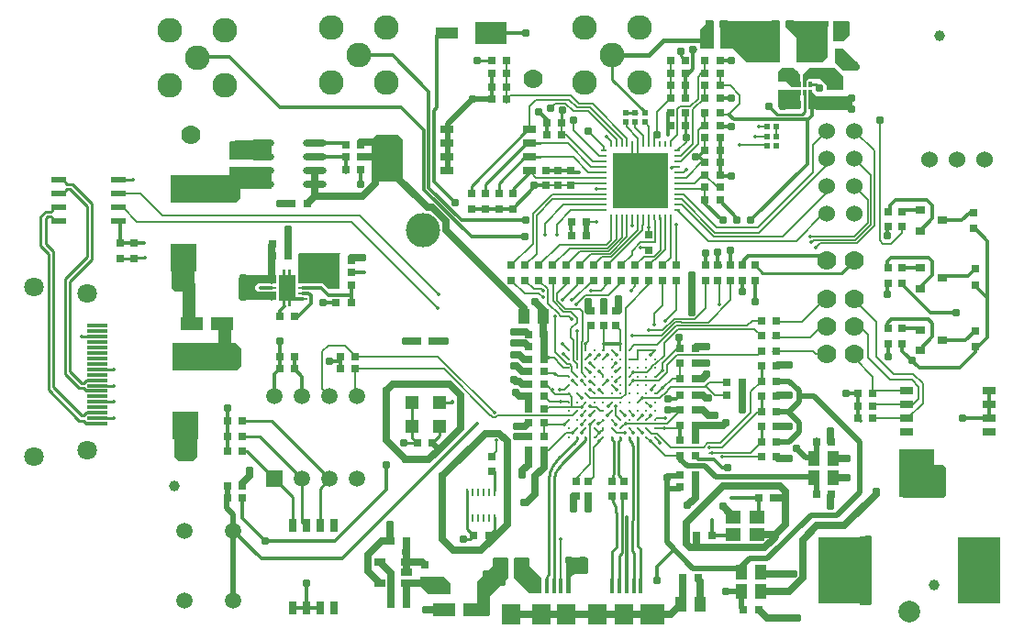
<source format=gtl>
%FSTAX23Y23*%
%MOIN*%
%SFA1B1*%

%IPPOS*%
%ADD12C,0.010000*%
%ADD16C,0.020000*%
%ADD17C,0.005000*%
%ADD19C,0.008000*%
%ADD21R,0.030000X0.030000*%
%ADD22R,0.094490X0.102360*%
%ADD23R,0.057090X0.023620*%
%ADD24R,0.030000X0.030000*%
%ADD25R,0.074800X0.011810*%
%ADD26R,0.118110X0.078740*%
%ADD27R,0.078740X0.039370*%
%ADD28R,0.035430X0.031500*%
%ADD29R,0.031000X0.031000*%
%ADD30R,0.044490X0.057870*%
%ADD31R,0.078740X0.047240*%
%ADD32R,0.012000X0.053000*%
%ADD33R,0.071000X0.075000*%
%ADD34R,0.091000X0.075000*%
%ADD35R,0.050000X0.029920*%
%ADD36R,0.029920X0.050000*%
%ADD37R,0.007870X0.026570*%
%ADD38R,0.014960X0.061000*%
%ADD39R,0.051180X0.049210*%
%ADD40R,0.019680X0.019680*%
%ADD41R,0.129920X0.173230*%
%ADD42R,0.153540X0.244100*%
%ADD43R,0.057870X0.044490*%
%ADD44R,0.011810X0.020470*%
%ADD45R,0.011810X0.019290*%
%ADD46R,0.019680X0.019680*%
%ADD47R,0.050790X0.107090*%
%ADD48R,0.010630X0.031500*%
%ADD49R,0.055120X0.047240*%
%ADD50O,0.086610X0.023620*%
%ADD51R,0.033470X0.011020*%
%ADD52R,0.064960X0.094490*%
%ADD53R,0.023620X0.009840*%
%ADD54R,0.009840X0.023620*%
%ADD55R,0.039370X0.027560*%
%ADD56C,0.009450*%
%ADD102C,0.012000*%
%ADD103C,0.011000*%
%ADD104R,0.200790X0.200790*%
%ADD105C,0.039370*%
%ADD106C,0.025000*%
%ADD107C,0.015000*%
%ADD108C,0.006000*%
%ADD109C,0.070870*%
%ADD110C,0.060000*%
%ADD111C,0.070000*%
%ADD112C,0.125000*%
%ADD113C,0.090000*%
%ADD114C,0.059060*%
%ADD115C,0.078740*%
%ADD116R,0.059060X0.059060*%
%ADD117C,0.014000*%
%ADD118C,0.031000*%
%ADD119C,0.019680*%
%LNusb_control-1*%
%LPD*%
G36*
X00944Y01705D02*
X00789D01*
Y01755*
X00809Y01775*
X00944*
Y01705*
G37*
G36*
X01419Y0178D02*
Y01635D01*
X01409Y01625*
X01309*
Y0178*
X01324Y01795*
X01404*
X01419Y0178*
G37*
G36*
X00944Y01675D02*
Y016D01*
X00829*
Y01565*
X00814Y0155*
X00579*
Y0165*
X00789*
Y0168*
X00939*
X00944Y01675*
G37*
G36*
X01014Y01287D02*
X01003D01*
Y01307*
X01014*
Y01287*
G37*
G36*
X00994D02*
X00983D01*
Y01307*
X00994*
Y01287*
G37*
G36*
X01193Y01365D02*
X01191Y01364D01*
X0119Y01363*
X01189Y01361*
X01189Y0136*
Y01235*
X01149*
X01129Y01255*
X01039*
Y0136*
Y01361*
X0104Y01363*
X01041Y01364*
X01043Y01365*
X01194*
X01193Y01365*
G37*
G36*
X00664Y0139D02*
Y0124D01*
X00649Y01225*
X00594*
X00579Y0124*
Y01395*
X00664Y0139*
G37*
G36*
X00959Y01255D02*
X00899D01*
X00896Y01255*
X0089Y01252*
X00886Y01248*
X00884Y01243*
X00884Y0124*
X00884Y01237*
X00886Y01231*
X0089Y01227*
X00896Y01225*
X00899Y01225*
X00959*
Y01195*
X00832*
X00828Y01196*
X00825Y01199*
X00824Y01203*
Y01205*
Y01275*
Y01277*
X00825Y0128*
X00828Y01283*
X00832Y01285*
X00959*
Y01255*
G37*
G36*
X01014Y01173D02*
X01003D01*
Y01193*
X01014*
Y01173*
G37*
G36*
X00994D02*
X00983D01*
Y01193*
X00994*
Y01173*
G37*
G36*
X00834Y0102D02*
Y00955D01*
X00819Y0094*
X00584*
Y0104*
X00814*
X00834Y0102*
G37*
G36*
X00674Y00775D02*
Y00625D01*
X00659Y0061*
X00604*
X00589Y00625*
Y0078*
X00674Y00775*
G37*
G36*
X01594Y00165D02*
Y00125D01*
X01514*
X01484Y00155*
Y0019*
X01569*
X01594Y00165*
G37*
G36*
X03044Y022D02*
Y0216D01*
X03019Y02135*
X02984*
Y0221*
X03034*
X03044Y022*
G37*
G36*
X02549Y0211D02*
X02499D01*
Y0218*
X02529Y0221*
X02549*
Y0211*
G37*
G36*
X02964Y0208D02*
X02944Y0206D01*
X02849*
Y0215*
X02809Y0219*
Y0221*
X02964*
Y0208*
G37*
G36*
X02789Y0206D02*
X02669D01*
X02619Y0211*
X02574*
Y02185*
X02569Y0219*
Y0221*
X02789*
Y0206*
G37*
G36*
X03079Y0205D02*
Y0204D01*
X03069Y0203*
X03019*
X02989Y0206*
Y0211*
X03019*
X03079Y0205*
G37*
G36*
X02864Y02015D02*
Y0197D01*
X02834*
X02814Y0199*
X02784*
Y02025*
X02799Y0204*
X02839*
X02864Y02015*
G37*
G36*
X02989Y0204D02*
X03019Y0201D01*
Y0196*
X02959*
Y01975*
X02934Y02*
X02894*
X02884Y0199*
Y0197*
X02874*
Y02015*
X02899Y0204*
X02989*
G37*
G36*
X02864Y0189D02*
X02794D01*
X02784Y019*
Y0196*
X02864*
Y0189*
G37*
G36*
X02924Y01935D02*
X03054D01*
Y01885*
X02924*
X02919Y0189*
X02894*
Y01955*
X02904*
X02924Y01935*
G37*
G36*
X03394Y00585D02*
Y00485D01*
X03384Y00475*
X03239*
X03224Y0049*
Y00595*
X03384*
X03394Y00585*
G37*
G36*
X01801Y00255D02*
Y00185D01*
X01736Y0012*
Y00052*
X01729Y00045*
X01689*
Y00172*
X01746Y0023*
Y00255*
X01751Y0026*
X01796*
X01801Y00255*
G37*
G36*
X02089Y00258D02*
X02092Y00255D01*
X02094Y00251*
Y0025*
Y0021*
Y00208*
X02092Y00204*
X02089Y00201*
X02085Y002*
X02049*
X02045Y00199*
X02037Y00196*
X02032Y00191*
X02029Y00183*
X02029Y0018*
Y0013*
X02014*
Y0025*
Y00251*
X02015Y00255*
X02018Y00258*
X02022Y0026*
X02085*
X02089Y00258*
G37*
G36*
X01879Y00255D02*
Y0023D01*
X01924Y00185*
Y0013*
X01879*
X01824Y00185*
Y00255*
X01829Y0026*
X01874*
X01879Y00255*
G37*
G36*
X03124Y0033D02*
Y00095D01*
X03114Y00085*
X03084*
X03079Y0009*
Y00335*
X03119*
X03124Y0033*
G37*
G54D12*
X00437Y01633D02*
X00438Y01634D01*
X00386Y01633D02*
X00437D01*
X00385Y01632D02*
X00386Y01633D01*
X0031Y00826D02*
X0037D01*
X0031Y00825D02*
X0031Y00826D01*
X0031Y00766D02*
X0037D01*
X0031Y00884D02*
X00369D01*
X00311Y00943D02*
X0037D01*
X0031Y00943D02*
X00311Y00943D01*
X00254Y01062D02*
X0031D01*
X0031Y00944D02*
X0031Y00943D01*
X00443Y01348D02*
X00481D01*
X00443Y01347D02*
X00443Y01348D01*
X00394Y01347D02*
X00443D01*
X01753Y00361D02*
Y00407D01*
X0031Y01062D02*
X0031Y01062D01*
Y00884D02*
X0031Y00884D01*
X0031Y00766D02*
X0031Y00766D01*
X0203Y01431D02*
Y01452D01*
Y01431D02*
X02031Y0143D01*
X02295Y01881D02*
X02303D01*
X02179Y01997D02*
X02295Y01881D01*
X02179Y01997D02*
Y02085D01*
X02234Y01877D02*
D01*
X02269*
X01996Y01882D02*
X01999Y01885D01*
X01689Y02065D02*
X01741D01*
X01639Y00325D02*
X01661D01*
X01676Y0034*
X02727Y01294D02*
X03013D01*
X02699Y01322D02*
X02727Y01294D01*
X01996Y0184D02*
Y01882D01*
X02429Y02082D02*
X02446Y02065D01*
X02429Y02082D02*
Y021D01*
X01019Y0037D02*
Y0048D01*
X00954Y00545D02*
X01019Y0048D01*
X02869Y0187D02*
X02879Y0188D01*
X02779Y0187D02*
X02869D01*
X02749Y019D02*
X02779Y0187D01*
X02879Y0188D02*
Y01949D01*
X02919Y0198D02*
X02934Y01965D01*
X02898Y0198D02*
X02919D01*
X01873Y01815D02*
X01879D01*
X01669Y0161D02*
X01873Y01815D01*
X01669Y01582D02*
Y0161D01*
X01819Y016D02*
X01881Y01662D01*
X01819Y01582D02*
Y016D01*
X01864Y01715D02*
X01919D01*
X01769Y0162D02*
X01864Y01715D01*
X01769Y01582D02*
Y0162D01*
X01869Y01765D02*
X01919D01*
X01719Y01615D02*
X01869Y01765D01*
X01719Y01582D02*
Y01615D01*
X03013Y01294D02*
X03059Y0134D01*
X01753Y00502D02*
Y00571D01*
X01654Y00361D02*
X01676Y0034D01*
X01731D02*
X01753Y00361D01*
X00854Y00645D02*
X00954Y00545D01*
X00836Y00645D02*
X00854D01*
X00899Y007D02*
X01054Y00545D01*
X00836Y007D02*
X00899D01*
X00944Y00755D02*
X01154Y00545D01*
X00836Y00755D02*
X00944D01*
X01119Y0051D02*
X01154Y00545D01*
X02721Y0068D02*
Y00735D01*
Y0079D02*
Y00845D01*
Y009D02*
Y00955D01*
X01054Y0039D02*
X01069Y00375D01*
X01654Y00361D02*
Y00502D01*
X01054Y00385D02*
Y0039D01*
Y00545*
X01119Y0037D02*
Y00375D01*
Y0051*
X01554Y00824D02*
X01598D01*
X01554Y00702D02*
Y00735D01*
X01526Y00675D02*
X01554Y00702D01*
X01454Y00692D02*
Y00735D01*
Y00692D02*
X01471Y00675D01*
X01454Y00735D02*
Y00824D01*
X01424Y00675D02*
X01471D01*
X02446Y0183D02*
Y01875D01*
Y01787D02*
Y0183D01*
Y01787D02*
X02449Y01785D01*
G54D16*
X01584Y01665D02*
Y01835D01*
X02086Y0143D02*
Y0148D01*
X01674Y01925D02*
X01741D01*
X01584Y01835D02*
X01674Y01925D01*
X02639Y0022D02*
X02649Y0021D01*
X02474Y0022D02*
X02639D01*
X02379Y00315D02*
X02474Y0022D01*
X02679Y00255D02*
X02744D01*
X02649Y00225D02*
X02679Y00255D01*
X02649Y0021D02*
Y00225D01*
X02594Y00135D02*
X02649D01*
Y00077D02*
X02656Y0007D01*
X02649Y00077D02*
Y00135D01*
X02744Y00255D02*
X02902Y00413D01*
X02555Y00553D02*
X02907D01*
X02516Y00593D02*
X02555Y00553D01*
X02451Y00593D02*
X02516D01*
X02426Y00617D02*
X02451Y00593D01*
X02849Y00655D02*
X02881Y00622D01*
X02916*
X02921Y00627*
Y00685*
X02902Y00413D02*
X02997D01*
X03079Y00495*
Y0068*
X02389Y0051D02*
X02426D01*
Y00617D02*
Y0063D01*
X00802Y00357D02*
Y00416D01*
X00779Y0044D02*
X00802Y00416D01*
X00779Y0044D02*
Y00472D01*
X00781Y00475D02*
Y0052D01*
X00802Y00102D02*
Y00357D01*
X02924Y0049D02*
Y00545D01*
X02859Y00845D02*
X02914D01*
X03079Y0068*
X02384Y00795D02*
X02426D01*
X02819Y0079D02*
X02859Y0075D01*
X02776Y0068D02*
X02824D01*
X02859Y00715*
Y0075*
X02776Y009D02*
X02824D01*
Y0079D02*
X02859Y00825D01*
X02824Y009D02*
X02859Y00865D01*
X02379Y00315D02*
Y0055D01*
Y00555*
X02776Y0079D02*
X02819D01*
X02824*
X02859Y00825D02*
Y00845D01*
Y00865*
X01526Y00675D02*
X01549Y00652D01*
X01551*
X02379Y00555D02*
X02426D01*
X02907Y00553D02*
X02909Y00555D01*
G54D17*
X02196Y00995D02*
X02199D01*
X02319Y0087D02*
X02336Y00886D01*
X02179Y01012D02*
X02196Y00995D01*
X02053Y01012D02*
Y01084D01*
X02116Y00729D02*
X02134Y00711D01*
X01864Y01267D02*
X01896Y01235D01*
X01988Y01397D02*
X02158D01*
X02026Y01384D02*
X02161D01*
X01964Y01322D02*
X02026Y01384D01*
X01914Y01322D02*
X01988Y01397D01*
X02158D02*
X02175Y01413D01*
X01914Y01267D02*
X01946Y01235D01*
Y01184D02*
Y01235D01*
X01964Y01267D02*
X01965Y01266D01*
Y01191D02*
Y01266D01*
X01979Y01193D02*
Y0122D01*
Y01193D02*
X02009Y01163D01*
X01965Y01191D02*
X02004Y01152D01*
X01995Y01195D02*
X01999D01*
X02054Y0125*
X02004Y01152D02*
X02028D01*
X02052Y01128*
Y01114D02*
Y01128D01*
X02029Y01091D02*
X02052Y01114D01*
X02053Y0098D02*
Y01012D01*
X02068Y00934D02*
Y01042D01*
X02072Y01046D02*
Y01153D01*
X02029Y01059D02*
Y01091D01*
Y01059D02*
X02039Y01049D01*
Y00976D02*
Y01049D01*
X02084Y01035D02*
X02094Y01045D01*
X02084Y01012D02*
Y01035D01*
X01946Y01184D02*
X01989Y01141D01*
X01993Y01137D02*
X02021D01*
X01989Y0114D02*
X01993Y01137D01*
X01989Y0114D02*
Y01141D01*
X01923Y01235D02*
X01928Y0123D01*
X01928Y01205D02*
Y01205D01*
Y01205D02*
X01929D01*
X01896Y01235D02*
X01923D01*
X02021Y01137D02*
X02033Y01125D01*
X01949Y00985D02*
X01969D01*
X02134Y00935D02*
X02147Y00921D01*
Y00917D02*
Y00921D01*
X02068Y00934D02*
X02084Y00917D01*
X02068Y01042D02*
X02072Y01046D01*
X02063Y01163D02*
X02072Y01153D01*
X02009Y01163D02*
X02063D01*
X021Y00965D02*
X02115Y00949D01*
X02084Y0098D02*
X02099Y00995D01*
X0205Y0118D02*
X02084Y01214D01*
X02052Y01084D02*
X02053D01*
X02049D02*
X02052D01*
X02039Y00976D02*
X02053Y00962D01*
Y00949D02*
Y00962D01*
X02002Y01D02*
X02021Y0098D01*
X01974Y01006D02*
Y01135D01*
Y01006D02*
X02017Y00962D01*
X01914Y0122D02*
X01928Y01205D01*
X01861Y0122D02*
X01914D01*
X02099Y00934D02*
Y00934D01*
X02084Y00948D02*
X02099Y00934D01*
X02084Y00948D02*
Y00949D01*
X02034Y00936D02*
X02053Y00917D01*
X02034Y00936D02*
Y00954D01*
X02027Y00962D02*
X02034Y00954D01*
X02099Y009D02*
X02102D01*
X01814Y01267D02*
X01861Y0122D01*
X02175Y01413D02*
Y01496D01*
X02161Y01384D02*
X02195Y01417D01*
Y01496*
X02234Y01425D02*
Y01496D01*
X02171Y01362D02*
X02234Y01425D01*
X02103Y01362D02*
X02171D01*
X02064Y01322D02*
X02103Y01362D01*
X02176Y01351D02*
X02274Y01449D01*
X02142Y01351D02*
X02176D01*
X02114Y01322D02*
X02142Y01351D01*
X02164Y01322D02*
X0229Y01449D01*
X02215Y01422D02*
Y01496D01*
X02014Y01322D02*
X02064Y01373D01*
X02166D02*
X02215Y01422D01*
X02064Y01373D02*
X02166D01*
X0229Y01449D02*
Y01467D01*
X02274Y01449D02*
Y01496D01*
X01209Y0103D02*
X01249Y0099D01*
X02293Y0147D02*
Y01496D01*
X0229Y01467D02*
X02293Y0147D01*
X02295Y01354D02*
X02332D01*
X02264Y01322D02*
X02295Y01354D01*
X02332D02*
X02355Y01376D01*
X02314Y01322D02*
X02334Y01343D01*
X02337*
X02372Y01378*
X02337Y01405D02*
Y01484D01*
X02282Y01405D02*
X02337D01*
X02252Y01374D02*
X02282Y01405D01*
X02333Y01489D02*
Y01496D01*
Y01489D02*
X02337Y01484D01*
X02252Y0136D02*
Y01374D01*
X02214Y01322D02*
X02252Y0136D01*
X02352Y01496D02*
X02355Y01494D01*
Y01376D02*
Y01494D01*
X02372Y01378D02*
Y01496D01*
X02392Y0135D02*
Y01496D01*
X02364Y01322D02*
X02392Y0135D01*
X01999Y01035D02*
X02021Y01012D01*
X02054Y0125D02*
Y01267D01*
X02017Y00962D02*
X02027D01*
X02165Y01214D02*
X02219Y01267D01*
X02102Y009D02*
X02116Y00886D01*
X02068Y00902D02*
X02084Y00886D01*
X02053Y00855D02*
X02068Y0084D01*
X02068Y00807D02*
X02084Y00823D01*
X01949Y00807D02*
X02068D01*
Y00776D02*
X02084Y00792D01*
X02068Y00744D02*
X02084Y0076D01*
X02179Y00949D02*
X02194Y00965D01*
X02228Y00854D02*
Y01094D01*
X02194Y00935D02*
X02196D01*
X02194Y00935D02*
Y00935D01*
X02115Y00949D02*
X02116D01*
X01994Y00158D02*
Y00325D01*
X01759Y00645D02*
Y00685D01*
X01747Y00633D02*
X01759Y00645D01*
X01747Y00633D02*
X01754Y00627D01*
X02519Y01165D02*
Y01267D01*
X0248Y01126D02*
X02519Y01165D01*
X02405Y01126D02*
X0248D01*
X02609Y01195D02*
Y01252D01*
X02528Y01114D02*
X02609Y01195D01*
X02432Y01114D02*
X02528D01*
X02569Y0118D02*
Y0126D01*
X03131Y01465D02*
Y01738D01*
X03059Y0181D02*
X03131Y01738D01*
X0312Y0147D02*
Y01649D01*
X03059Y0171D02*
X0312Y01649D01*
X03068Y01403D02*
X03131Y01465D01*
X02937Y01403D02*
X03068D01*
X02919Y01385D02*
X02937Y01403D01*
X03063Y01414D02*
X0312Y0147D01*
X02913Y01414D02*
X03063D01*
X02904Y01405D02*
X02913Y01414D01*
X03059Y0161D02*
X03109Y0156D01*
Y01475D02*
Y0156D01*
X03059Y01425D02*
X03109Y01475D01*
X02899Y01425D02*
X03059D01*
X0234Y00765D02*
X02374D01*
X02336Y0076D02*
X0234Y00765D01*
X02319Y00774D02*
Y00775D01*
X02304Y0076D02*
X02319Y00774D01*
X02241Y00792D02*
X02257Y00776D01*
X0221Y00792D02*
X02226Y00776D01*
X03126Y00765D02*
D01*
Y0081D02*
X03131Y00815D01*
X02304Y00697D02*
X0232Y00681D01*
X02005Y00744D02*
X02021Y0076D01*
X02037Y00713D02*
X02053Y00729D01*
X02131Y00681D02*
X02147Y00697D01*
X02273Y00729D02*
X02289Y00713D01*
X021Y00744D02*
X02116Y0076D01*
X02241Y00917D02*
X02257Y00933D01*
X02241Y00886D02*
X02257Y00902D01*
X021Y0087D02*
X02116Y00855D01*
X02164Y00776D02*
X02166Y00775D01*
X02131Y0087D02*
X02147Y00855D01*
X02164Y00777D02*
X02179Y00792D01*
X021Y00598D02*
Y00744D01*
X02037Y00902D02*
X02053Y00886D01*
X02273Y0076D02*
X02289Y00776D01*
X02209Y01013D02*
X0221Y01012D01*
X02209Y01013D02*
Y01035D01*
X02147Y01012D02*
X02149Y01013D01*
Y01035*
X02209D02*
Y01087D01*
X02149Y01035D02*
Y01092D01*
X02039Y00537D02*
X021Y00598D01*
X02131Y0068D02*
Y00681D01*
X02111Y0066D02*
X02131Y0068D01*
X02111Y00554D02*
Y0066D01*
X02094Y00537D02*
X02111Y00554D01*
X0221Y00729D02*
X02222Y00741D01*
X02224*
X02241Y00729D02*
X02257Y00713D01*
X02019Y0092D02*
X02021Y00917D01*
X02084Y01012D02*
X02084Y01012D01*
X02094Y01045D02*
Y01102D01*
X02414Y01015D02*
X02416D01*
X02426Y0091D02*
Y00965D01*
X02336Y00917D02*
X02339Y00915D01*
X02364Y0094D02*
Y00967D01*
X02399Y0091D02*
X02426D01*
X02364Y00875D02*
X02399Y0091D01*
X02336Y00855D02*
X02344D01*
X02364Y00875*
X02681Y0064D02*
X02721Y0068D01*
X02304Y00729D02*
X02323Y0071D01*
X02341*
X02379Y00745D02*
X02426Y00792D01*
X02336Y00729D02*
X02369D01*
X02415*
X02273Y00823D02*
X02289Y00839D01*
X02341Y0071D02*
X02393Y00659D01*
X02909Y0101D02*
X02919Y01D01*
X02761Y0101D02*
X02776D01*
X02909*
X0232Y00681D02*
X02372Y0063D01*
X02426*
X02684Y00862D02*
X02721Y009D01*
X02012Y00713D02*
X02037D01*
X01941Y00744D02*
X02005D01*
X01931Y00735D02*
X01941Y00744D01*
X01931Y007D02*
Y00735D01*
X01951Y00825D02*
X01994D01*
X01931Y00845D02*
X01951Y00825D01*
X02426Y00792D02*
Y00795D01*
Y00805*
X02084Y00855D02*
X02099Y0084D01*
X01994Y00825D02*
X0202D01*
X02021Y00823*
X02099Y0084D02*
X02214D01*
X02228Y00854*
Y01094D02*
X02229Y01095D01*
X02257Y00902D02*
X02348D01*
X02379Y00933*
Y0096*
X02415Y00996*
X02257Y00933D02*
X02307D01*
X02323Y00949*
Y00954*
X02331Y00962*
X02336*
X02129Y00745D02*
X02134D01*
X02179Y0076D02*
X02194Y00744D01*
X02165Y0081D02*
X02179Y00823D01*
X02194Y00777D02*
X0221Y0076D01*
X02194Y00777D02*
Y0081D01*
X01931Y0079D02*
X01949Y00807D01*
X0257Y0064D02*
X0257Y0064D01*
X02579Y00625D02*
X02721D01*
X0257Y0064D02*
X02572D01*
X02572Y0064*
X02585*
X02585Y0064*
X02681*
X02534Y0064D02*
X02535Y0064D01*
X02544*
X02147Y0098D02*
X02164Y00997D01*
X02021Y00855D02*
X02034Y00841D01*
Y00808D02*
Y00841D01*
X02689Y0112D02*
X02721D01*
X02336Y00962D02*
X02369Y00994D01*
X02424Y01027D02*
X02426Y0103D01*
X02696Y0109D02*
X02721Y01065D01*
X0267Y01101D02*
X02689Y0112D01*
X02289Y00839D02*
X02353D01*
X02241Y01012D02*
X0226Y01031D01*
X02179Y00886D02*
X02195Y0087D01*
X02369Y00994D02*
Y0104D01*
X02432Y01115D02*
X02432Y01114D01*
X021Y00776D02*
X02116Y00792D01*
X02099Y00776D02*
X021D01*
X02147Y00724D02*
Y00729D01*
X0207Y00715D02*
X02084Y00729D01*
X0207Y00711D02*
Y00715D01*
X02116Y00697D02*
X0212D01*
X02336D02*
X02354Y0068D01*
Y00676D02*
Y0068D01*
X02304Y00823D02*
X02318Y0081D01*
X02319Y00995D02*
X02336Y01012D01*
X02273D02*
X02304D01*
X02336*
X02241Y0098D02*
X02273D01*
Y01012*
X01127Y00871D02*
Y01008D01*
Y00871D02*
X01154Y00845D01*
X01127Y01008D02*
X01149Y0103D01*
X01246Y00852D02*
Y00945D01*
X01569*
X02037Y00776D02*
X02053Y00792D01*
X02534Y0066D02*
X02579D01*
X02709Y0079*
X02721*
X02684Y00785D02*
Y00862D01*
X02527Y00675D02*
X02574D01*
X02684Y00785*
X02393Y00659D02*
X02511D01*
X02527Y00675*
X0212Y00697D02*
X02134Y00711D01*
X02137Y00715D02*
X02147Y00724D01*
X02134Y00715D02*
X02137D01*
X02179Y00729D02*
X02196Y00712D01*
X02319Y0087D02*
X02319D01*
X02164Y00902D02*
Y00905D01*
X02147Y00886D02*
X02164Y00902D01*
X02708Y00996D02*
X02721Y0101D01*
X02415Y00996D02*
X02708D01*
X02394Y0088D02*
X02516D01*
X02353Y00839D02*
X02359Y00845D01*
Y00846*
X02367Y00854*
X02368*
X02394Y0088*
X02369Y0104D02*
X02419Y0109D01*
X02696*
X02409Y01115D02*
X02432D01*
X0226Y01031D02*
X02341D01*
X02254Y01065D02*
X02359D01*
X02314Y01085D02*
X02364D01*
X02341Y01031D02*
X02411Y01101D01*
X0267*
X02359Y01065D02*
X02409Y01115D01*
X02364Y01085D02*
X02405Y01126D01*
X02229Y01167D02*
X02314Y01252D01*
X02229Y01095D02*
Y01167D01*
X02084Y01214D02*
X02165D01*
X02164Y01255D02*
Y01267D01*
X02139Y0123D02*
X02164Y01255D01*
X02104Y0123D02*
X02139D01*
X02334Y01105D02*
Y01145D01*
X02196Y00935D02*
X0221Y00949D01*
X02194Y00901D02*
X0221Y00917D01*
X02194Y009D02*
Y00901D01*
Y00905*
X01984Y0092D02*
X02019D01*
X01989Y0087D02*
X02005D01*
X02021Y00854D02*
X02021Y00855D01*
X01974Y00854D02*
X02021D01*
X02005Y0087D02*
X02021Y00886D01*
X02196Y00712D02*
X02226D01*
X02569Y0126D02*
X02576Y01267D01*
X02116Y0098D02*
X02134Y00998D01*
X02534Y0064D02*
X0257D01*
X02774Y01115D02*
X02869D01*
X02974Y0122*
X02224Y00741D02*
X02228Y00745D01*
X02379*
X01939Y0089D02*
X01974Y00854D01*
X02339Y00915D02*
X02364Y0094D01*
Y00967D02*
X02424Y01027D01*
X02134Y00745D02*
X02149Y0076D01*
X01149Y0103D02*
X01209D01*
X01249Y0099D02*
X01546D01*
X01751Y00785*
X02194Y01102D02*
X02209Y01087D01*
X02531Y00895D02*
X02581D01*
X02538Y00864D02*
X02552Y0085D01*
X02596*
X02519Y00883D02*
X02531Y00895D01*
X02519Y00883D02*
X02538Y00864D01*
X02516Y0088D02*
X02519Y00883D01*
X01569Y00945D02*
X01737Y00776D01*
X01738*
X01745Y00769*
X01757*
X01764Y00776*
X02037*
X01949Y0065D02*
X02012Y00713D01*
X01931Y0065D02*
X01949D01*
X02004Y00949D02*
X02021D01*
X01994Y0096D02*
X02004Y00949D01*
X01994Y0096D02*
D01*
X01969Y00985D02*
X01994Y0096D01*
X01931Y0093D02*
X01974D01*
X01984Y0092*
X02034Y01195D02*
X02036D01*
X02109Y01267*
X01979Y0122D02*
X02019Y0126D01*
X02264Y01267D02*
D01*
X02274*
X02249Y0123D02*
X02264Y01245D01*
Y01267*
X02314Y01252D02*
Y01267D01*
X02334Y01145D02*
X02364Y01175D01*
Y01267*
X02374Y0112D02*
X02414Y0116D01*
Y01267*
X02919Y01D02*
X02959D01*
X02764Y0106D02*
X02899D01*
X02929Y0109*
X02959*
G54D19*
X00402Y01532D02*
X00454Y0148D01*
X01232*
X00385Y01532D02*
X00402D01*
X01232Y0148D02*
X01545Y01167D01*
X02004Y01541D02*
X0215D01*
X01936Y01473D02*
X02004Y01541D01*
X01936Y01434D02*
Y01473D01*
X01262Y01503D02*
X01548Y01217D01*
X00547Y01503D02*
X01262D01*
X00467Y01582D02*
X00547Y01503D01*
X02274Y01639D02*
Y01763D01*
X02234Y01825D02*
Y01842D01*
X00385Y01582D02*
X00467D01*
X01864Y01322D02*
X01906Y01364D01*
Y01502*
X01814Y01322D02*
X01892Y014D01*
Y01508*
X02029Y01521D02*
X0215D01*
X01935Y01433D02*
X01936Y01434D01*
X01978Y0147D02*
X02029Y01521D01*
X01978Y01433D02*
Y0147D01*
X01906Y01502D02*
X01964Y01561D01*
X0215*
X01892Y01508D02*
X01964Y0158D01*
X0215*
X02254Y01465D02*
Y01496D01*
X02254Y01465D02*
X02254Y01465D01*
X01984Y01612D02*
X02026D01*
X02313Y0146D02*
Y01496D01*
X02391Y01975D02*
Y0202D01*
Y02055*
Y01926D02*
Y01975D01*
X01972Y0191D02*
X02009D01*
X01955Y01894D02*
X01972Y0191D01*
X01904Y01924D02*
X02024D01*
X0181Y01938D02*
X0203D01*
X01879Y01899D02*
X01904Y01924D01*
X02024D02*
X02054Y01895D01*
X01796Y01925D02*
X0181Y01938D01*
X0203D02*
X02059Y0191D01*
X02009Y0191D02*
X02039Y01881D01*
X01879Y01815D02*
Y01899D01*
X02234Y01825D02*
X02274Y01784D01*
X02264Y01822D02*
Y01842D01*
Y01822D02*
X02293Y01792D01*
X02299Y01842D02*
X02313Y01827D01*
X02274Y01763D02*
Y01784D01*
X02109Y0191D02*
X02234Y01784D01*
X02059Y0191D02*
X02109D01*
X02039Y01881D02*
X02093D01*
X02195Y01778*
X02099Y01895D02*
X02215Y01778D01*
X02054Y01895D02*
X02099D01*
X02234Y01763D02*
Y01784D01*
X02215Y01763D02*
Y01778D01*
X02195Y01763D02*
Y01778D01*
X02094Y0181D02*
X0215Y01753D01*
X02039Y01814D02*
X02134Y01718D01*
X02344Y0188D02*
X0239Y01926D01*
X02344Y01805D02*
Y0188D01*
X01796Y0202D02*
Y02065D01*
Y0197D02*
Y0202D01*
Y01925D02*
Y0197D01*
Y01912D02*
Y01925D01*
X02039Y01814D02*
Y0185D01*
X02416Y01797D02*
Y01889D01*
X02392Y01773D02*
X02416Y01797D01*
X02392Y01763D02*
Y01773D01*
X02427Y019D02*
X02464D01*
X02416Y01889D02*
X02427Y019D01*
X02474Y01888D02*
X02516Y0193D01*
X02474Y01764D02*
Y01888D01*
X02429Y01718D02*
X02474Y01764D01*
X02417Y01738D02*
X02449Y01769D01*
Y01785*
X02491Y01812D02*
X02516Y01837D01*
X02491Y01765D02*
Y01812D01*
Y01765D02*
X02493Y01763D01*
Y01763D02*
Y01763D01*
X02429Y01698D02*
X02493Y01763D01*
X02491Y01927D02*
Y02007D01*
X02464Y019D02*
X02491Y01927D01*
X02504Y0202D02*
X02516D01*
X02491Y02007D02*
X02504Y0202D01*
X02313Y0181D02*
Y01827D01*
X02391Y0192D02*
Y01926D01*
X03151Y01412D02*
Y01847D01*
Y01412D02*
X03164Y014D01*
X03194*
X03234Y0144*
Y01462*
X02175Y01763D02*
Y01773D01*
X02159Y0179D02*
X02175Y01773D01*
X03274Y00925D02*
X03308Y00891D01*
X03294Y00835D02*
Y0088D01*
X03269Y00905D02*
X03294Y0088D01*
X03308Y00876D02*
Y00891D01*
Y00876D02*
X03309Y00875D01*
Y0082D02*
Y00875D01*
X03249Y00765D02*
X03253D01*
X03309Y0082*
X03274Y00815D02*
X03294Y00835D01*
X03249Y00815D02*
X03274D01*
X03126Y00765D02*
X03249D01*
X03131Y00815D02*
X03249D01*
X03126Y00855D02*
X03136Y00865D01*
X03249*
X02448Y01639D02*
X0251Y01701D01*
X02516Y0174D02*
Y0178D01*
X02333Y01794D02*
X02344Y01805D01*
X02516Y01837D02*
Y0187D01*
X02417Y01698D02*
X02429D01*
X02417Y01718D02*
X02429D01*
X02512Y01653D02*
X02561Y01605D01*
X02479Y0162D02*
X02512Y01653D01*
X02417Y0162D02*
X02479D01*
X02417Y01639D02*
X02448D01*
X02313Y0181D02*
X02313Y0181D01*
X02313Y01789D02*
Y0181D01*
Y01789D02*
X02313Y01789D01*
Y01763D02*
Y01789D01*
X02414Y01322D02*
Y0147D01*
X02571Y0187D02*
X02604D01*
X02417Y0158D02*
X02438D01*
X02947Y01508D02*
Y01521D01*
X02959Y0151*
X01996Y01795D02*
Y0184D01*
X02644Y0191D02*
Y0194D01*
X02609Y01975D02*
X02644Y0194D01*
X02571Y01975D02*
X02609D01*
X02604Y0187D02*
X02644Y0191D01*
X02516Y0193D02*
Y01975D01*
X02571D02*
Y0202D01*
X02516Y016D02*
X02516Y016D01*
X02417Y016D02*
X02516D01*
X02516Y01555D02*
Y016D01*
X02561D02*
X02571D01*
X02509Y01862D02*
X02516Y0187D01*
Y0202D02*
Y02065D01*
X02333Y01763D02*
Y01794D01*
X02034Y0162D02*
X0215D01*
X02026Y01612D02*
X02034Y0162D01*
X01939Y01612D02*
X01984D01*
X01794Y02063D02*
X01796Y02065D01*
X02134Y01718D02*
X0215D01*
Y01738D02*
Y01753D01*
X0211Y01698D02*
X0215D01*
X02014Y01795D02*
X0211Y01698D01*
X01996Y01795D02*
X02014D01*
X02306Y01385D02*
X02314Y01377D01*
X02284Y01385D02*
X02306D01*
X02254Y01659D02*
X02274Y01639D01*
X02284Y0163*
X02254Y01659D02*
Y01763D01*
X02104Y01679D02*
X0215D01*
X02019Y01765D02*
X02104Y01679D01*
X01919Y01765D02*
X02019D01*
X02094Y01659D02*
X0215D01*
X02039Y01715D02*
X02094Y01659D01*
X01919Y01715D02*
X02039D01*
X01881Y01662D02*
X01904Y01639D01*
X0215*
X02086Y0148D02*
X02124D01*
Y016D02*
X02149D01*
X0215Y016*
X02313Y01432D02*
Y0146D01*
X02417Y01659D02*
X02438D01*
X02449Y0167*
X02399Y01679D02*
X02417D01*
X02397Y01676D02*
X02399Y01679D01*
X02644Y0176D02*
X02736D01*
X02741Y01755*
X02699Y0179D02*
X02741D01*
X02776D02*
Y01825D01*
D01*
X02714D02*
X02741D01*
X02959Y01585D02*
Y0161D01*
Y01685D02*
Y0171D01*
X02438Y0158D02*
X02559Y01459D01*
X02708*
X02799Y01425D02*
X02959Y01585D01*
X02714Y0144D02*
X02959Y01685D01*
X02529Y0141D02*
X02849D01*
X02947Y01508*
X02417Y01521D02*
X02529Y0141D01*
X02417Y01561D02*
X02432D01*
X02554Y0144*
X02714*
X02417Y01541D02*
X02432D01*
X02549Y01425*
X02799*
X02708Y01459D02*
X02909Y0166D01*
Y0176*
X02959Y0181*
X02293Y01763D02*
Y01792D01*
X03189Y00905D02*
X03269D01*
X03204Y00925D02*
X03274D01*
X03139Y0099D02*
X03204Y00925D01*
X03109Y00985D02*
X03189Y00905D01*
X03109Y00985D02*
Y0107D01*
X03079Y0109D02*
X03089D01*
X03109Y0107*
X03059Y01195D02*
Y0122D01*
Y01195D02*
X03139Y01115D01*
Y0099D02*
Y01115D01*
X03059Y00985D02*
Y01D01*
Y00985D02*
X03126Y00917D01*
Y00855D02*
Y00917D01*
G54D21*
X01002Y014D03*
X00947D03*
X00946Y01355D03*
X01001D03*
X02826Y022D03*
X02771D03*
X02586D03*
X02531D03*
X02571Y01605D03*
X02516D03*
X01931Y00845D03*
X01876D03*
X02491Y00185D03*
X02436D03*
X01431Y0032D03*
X01376D03*
X00971Y0099D03*
X01026D03*
X00971Y00945D03*
X01026D03*
X01876Y0075D03*
X01931D03*
X01876Y007D03*
X01931D03*
X01876Y0065D03*
X01931D03*
X01876Y01025D03*
X01931D03*
X01876Y0098D03*
X01931D03*
X01876Y006D03*
X01931D03*
X01876Y0089D03*
X01931D03*
X02481Y0085D03*
X02426D03*
X02481Y0102D03*
X02426D03*
X01876Y008D03*
X01931D03*
X02481Y00515D03*
X02426D03*
X02481Y0056D03*
X02426D03*
X02711Y0007D03*
X02656D03*
X02481Y0063D03*
X02426D03*
X02976Y0049D03*
X02921D03*
X02481Y00795D03*
X02426D03*
X02976Y0068D03*
X02921D03*
X01876Y00935D03*
X01931D03*
X01526Y01045D03*
X01471D03*
X02481Y00965D03*
X02426D03*
X02481Y0091D03*
X02426D03*
X02651Y00895D03*
X02596D03*
X02651Y0085D03*
X02596D03*
X02481Y00685D03*
X02426D03*
X02481Y0074D03*
X02426D03*
X01177Y0134D03*
X01232D03*
X00971Y01135D03*
X01026D03*
X01071Y01545D03*
X01016D03*
X00836Y0052D03*
X00781D03*
X01731Y0034D03*
X01676D03*
X02486D03*
X02541D03*
X02766Y00475D03*
X02711D03*
X03071Y00765D03*
X03126D03*
X03071Y0081D03*
X03126D03*
X03071Y00855D03*
X03126D03*
X02776Y00625D03*
X02721D03*
Y0112D03*
X02776D03*
X02721Y01065D03*
X02776D03*
X02721Y0101D03*
X02776D03*
X01246Y0099D03*
X01191D03*
X01246Y00945D03*
X01191D03*
X02721Y009D03*
X02776D03*
X02721Y0079D03*
X02776D03*
X02721Y0068D03*
X02776D03*
Y00955D03*
X02721D03*
X02776Y00845D03*
X02721D03*
X02776Y00735D03*
X02721D03*
X01376Y0009D03*
X01431D03*
X00836Y00645D03*
X00781D03*
X00836Y007D03*
X00781D03*
X00836Y00755D03*
X00781D03*
X01231Y01295D03*
X01176D03*
X01231Y0125D03*
X01176D03*
X01176Y01185D03*
X01231D03*
X01211Y0176D03*
X01266D03*
X01211Y01715D03*
X01266D03*
Y0167D03*
X01211D03*
X00781Y00475D03*
X00836D03*
X01876Y0107D03*
X01931D03*
X01471Y00675D03*
X01526D03*
X02086Y0148D03*
X02031D03*
X02086Y0143D03*
X02031D03*
X01796Y01925D03*
X01741D03*
X01796Y0197D03*
X01741D03*
X01796Y0202D03*
X01741D03*
X02391Y0193D03*
X02446D03*
X02391Y01975D03*
X02446D03*
X02391Y0202D03*
X02446D03*
Y01875D03*
X02391D03*
X02446Y0183D03*
X02391D03*
X02516Y01695D03*
X02571D03*
X02516Y01785D03*
X02571D03*
X02516Y0174D03*
X02571D03*
X01996Y0184D03*
X01941D03*
X01996Y01795D03*
X01941D03*
X02516Y0156D03*
X02571D03*
X02516Y0165D03*
X02571D03*
X01796Y02065D03*
X01741D03*
X02391D03*
X02446D03*
X02516Y01975D03*
X02571D03*
X02516Y01875D03*
X02571D03*
X02516Y0202D03*
X02571D03*
Y0193D03*
X02516D03*
X02571Y0183D03*
X02516D03*
X02571Y02065D03*
X02516D03*
X02906Y01905D03*
X02851D03*
X02946Y0215D03*
X03001D03*
Y02095D03*
X02946D03*
G54D22*
X00624Y01349D03*
Y016D03*
X00629Y0099D03*
Y00739D03*
G54D23*
X0017Y01582D03*
Y01632D03*
X00385Y01482D03*
Y01532D03*
Y01582D03*
Y01632D03*
X0017Y01482D03*
Y01532D03*
G54D24*
X00394Y01402D03*
Y01347D03*
X00443Y01402D03*
Y01347D03*
X01964Y01322D03*
Y01267D03*
X01914Y01322D03*
Y01267D03*
X01814Y01322D03*
Y01267D03*
X01864Y01322D03*
Y01267D03*
X03184Y01257D03*
Y01312D03*
Y01092D03*
Y01037D03*
X03234D03*
Y01092D03*
X02179Y00537D03*
Y00482D03*
X02224Y00537D03*
Y00482D03*
X01499Y00232D03*
Y00177D03*
X02149Y01157D03*
Y01102D03*
X02194Y01157D03*
Y01102D03*
X02094Y00482D03*
Y00537D03*
X02104Y01157D03*
Y01102D03*
X00804Y01663D03*
Y01718D03*
X02049Y00482D03*
Y00537D03*
X02609Y01267D03*
Y01322D03*
X02564Y01267D03*
Y01322D03*
X02519Y01267D03*
Y01322D03*
X02699Y01267D03*
Y01322D03*
X02654Y01267D03*
Y01322D03*
X02414Y01267D03*
Y01322D03*
X02014Y01267D03*
Y01322D03*
X02064Y01267D03*
Y01322D03*
X02114Y01267D03*
Y01322D03*
X02164Y01267D03*
Y01322D03*
X02214Y01267D03*
Y01322D03*
X02264Y01267D03*
Y01322D03*
X02314Y01267D03*
Y01322D03*
X02364Y01267D03*
Y01322D03*
X01744Y00572D03*
Y00627D03*
X03234Y01312D03*
Y01257D03*
Y01517D03*
Y01462D03*
X03184D03*
Y01517D03*
X02029Y01612D03*
Y01667D03*
X01984Y01612D03*
Y01667D03*
X01939Y01612D03*
Y01667D03*
X02314Y01432D03*
Y01377D03*
X01669Y01582D03*
Y01527D03*
X01719Y01582D03*
Y01527D03*
X01769Y01582D03*
Y01527D03*
X01819Y01582D03*
Y01527D03*
X02799Y02002D03*
Y01947D03*
G54D25*
X0031Y01101D03*
Y01081D03*
Y01062D03*
Y01042D03*
Y01022D03*
Y01002D03*
Y00983D03*
Y00963D03*
Y00943D03*
Y00924D03*
Y00904D03*
Y00884D03*
Y00865D03*
Y00845D03*
Y00825D03*
Y00806D03*
Y00786D03*
Y00766D03*
Y00747D03*
G54D26*
X01739Y02165D03*
G54D27*
X01578Y02165D03*
G54D28*
X03299Y01312D03*
Y01237D03*
X03378Y01275D03*
Y01485D03*
X03299Y01447D03*
Y01522D03*
X03378Y0105D03*
X03299Y01012D03*
Y01087D03*
G54D29*
X03499Y01084D03*
Y01025D03*
Y0125D03*
Y01309D03*
X03494Y01455D03*
Y01514D03*
G54D30*
X02718Y00205D03*
X02649D03*
X02429Y0009D03*
X02498D03*
X02524Y0214D03*
X02593D03*
X02983Y0062D03*
X02914D03*
X02983Y0055D03*
X02914D03*
X02718Y00135D03*
X02649D03*
X01928Y01135D03*
X01859D03*
X01848Y00225D03*
X01779D03*
G54D31*
X00653Y0111D03*
X00764D03*
X01568Y0007D03*
X01679D03*
G54D32*
X02258Y00157D03*
X02284D03*
X0218D03*
X02206D03*
X01916D03*
X01994D03*
X0202D03*
X02232D03*
X01968D03*
X01942D03*
G54D33*
X01811Y00052D03*
X01923D03*
X02013D03*
X02126D03*
X02224Y00052D03*
G54D34*
X02327Y00052D03*
G54D35*
X03549Y00715D03*
Y00765D03*
Y00815D03*
Y00865D03*
X03249Y00715D03*
Y00765D03*
Y00815D03*
Y00865D03*
X01879Y01665D03*
Y01715D03*
Y01765D03*
Y01815D03*
X01579Y01665D03*
Y01715D03*
Y01765D03*
Y01815D03*
G54D36*
X01169Y00375D03*
X01119D03*
X01069D03*
X01019D03*
X01169Y00075D03*
X01119D03*
X01069D03*
X01019D03*
G54D37*
X02273Y00352D03*
X02253D03*
X02215D03*
X02195D03*
Y00318D03*
X02215D03*
X02253D03*
X02273D03*
G54D38*
X02234Y00335D03*
G54D39*
X01554Y00735D03*
X01454Y00824D03*
Y00735D03*
X01554Y00824D03*
G54D40*
X02299Y01842D03*
Y01877D03*
X02264Y01842D03*
Y01877D03*
X02229Y01842D03*
Y01877D03*
G54D41*
X03286Y00567D03*
G54D42*
X03512Y00212D03*
X03005D03*
G54D43*
X02989Y01979D03*
Y0191D03*
G54D44*
X02898Y0198D03*
G54D45*
X02879Y0198D03*
X02859D03*
Y01949D03*
X02879D03*
X02898D03*
G54D46*
X02956Y022D03*
X02991D03*
X02741Y01825D03*
X02776D03*
X02741Y0179D03*
X02776D03*
X02741Y01755D03*
X02776D03*
G54D47*
X02874Y02115D03*
X02763D03*
G54D48*
X01753Y00497D03*
X01733D03*
X01713D03*
X01694D03*
X01674D03*
X01654D03*
X01753Y00402D03*
X01733D03*
X01713D03*
X01694D03*
X01674D03*
X01654D03*
G54D49*
X02707Y00406D03*
Y00343D03*
X0262Y00406D03*
Y00343D03*
G54D50*
X01098Y01765D03*
Y01665D03*
Y01715D03*
Y01615D03*
X00909Y01765D03*
Y01715D03*
Y01665D03*
Y01615D03*
G54D51*
X01057Y01279D03*
Y0126D03*
Y0124D03*
Y0122D03*
Y012D03*
X00941Y01279D03*
Y0124D03*
Y0126D03*
Y012D03*
Y0122D03*
G54D52*
X00999Y0124D03*
G54D53*
X02417Y01738D03*
Y01698D03*
Y01718D03*
Y01679D03*
Y01639D03*
Y01659D03*
Y0162D03*
Y0158D03*
Y016D03*
Y01541D03*
Y01521D03*
Y01561D03*
X0215Y01738D03*
Y01639D03*
Y01659D03*
Y0162D03*
Y01698D03*
Y01718D03*
Y01679D03*
Y0158D03*
Y016D03*
Y01541D03*
Y01561D03*
Y01521D03*
G54D54*
X02392Y01763D03*
X02372D03*
X02333D03*
X02313D03*
X02352D03*
X02293D03*
X02274D03*
X02392Y01496D03*
X02352D03*
X02333D03*
X02372D03*
X02293D03*
X02274D03*
X02313D03*
X02234Y01763D03*
X02215D03*
X02254D03*
X02195D03*
X02175D03*
X02234Y01496D03*
X02215D03*
X02254D03*
X02175D03*
X02195D03*
G54D55*
X01431Y00205D03*
Y00242D03*
Y00167D03*
X01336Y00242D03*
Y00167D03*
G54D56*
X02336Y01012D03*
Y0098D03*
X02304Y01012D03*
X02336Y00949D03*
X02304Y0098D03*
X02273D03*
Y01012D03*
X02304Y00949D03*
X02273D03*
X02336Y00917D03*
Y00886D03*
X02304Y00917D03*
X02336Y00855D03*
X02304Y00886D03*
X02273D03*
Y00917D03*
X02304Y00855D03*
X02273D03*
X02241Y0098D03*
Y00949D03*
Y01012D03*
Y00917D03*
X0221Y00949D03*
Y0098D03*
Y01012D03*
X02179Y00917D03*
Y00949D03*
X02241Y00886D03*
X0221Y00917D03*
X02241Y00855D03*
X0221Y00886D03*
Y00855D03*
X02179Y00886D03*
Y00855D03*
X02336Y0076D03*
Y00823D03*
X02304D03*
X02273D03*
X02336Y00792D03*
X02304D03*
X02336Y00697D03*
Y00729D03*
X02304D03*
Y0076D03*
Y00697D03*
X02273D03*
X02241Y00823D03*
X02273Y00792D03*
X02241D03*
X02273Y0076D03*
X02241D03*
X0221Y00823D03*
X02179D03*
X0221Y00792D03*
X02179D03*
X02273Y00729D03*
X0221Y0076D03*
X02241Y00697D03*
Y00729D03*
X0221D03*
X02179D03*
X0221Y00697D03*
X02179D03*
X02147Y01012D03*
X02179D03*
X02116Y0098D03*
X02179D03*
X02147D03*
X02116Y01012D03*
X02147Y00917D03*
Y00886D03*
Y00949D03*
Y00855D03*
X02116Y00917D03*
Y00949D03*
Y00855D03*
Y00886D03*
X02084Y01012D03*
Y0098D03*
X02053Y01012D03*
X02084Y00949D03*
X02053Y0098D03*
X02021D03*
Y01012D03*
X02053Y00949D03*
X02021D03*
X02084Y00917D03*
X02053D03*
X02084Y00855D03*
Y00886D03*
X02053D03*
X02021Y00917D03*
X02053Y00855D03*
X02021Y00886D03*
X02147Y00823D03*
Y00792D03*
X02116Y00823D03*
X02179Y0076D03*
X02147D03*
X02116Y00792D03*
X02084Y00823D03*
Y0076D03*
X02147Y00729D03*
X02116Y0076D03*
X02147Y00697D03*
X02116Y00729D03*
Y00697D03*
X02021Y00855D03*
X02053Y00823D03*
X02021D03*
X02084Y00792D03*
X02053D03*
X02021D03*
X02084Y00729D03*
X02053D03*
X02084Y00697D03*
X02053D03*
Y0076D03*
X02021D03*
Y00697D03*
Y00729D03*
G54D102*
X02707Y00406D02*
D01*
X02707Y00406*
X02707Y00406*
X02708Y00406*
X02708Y00406*
X02708Y00406*
X02709Y00406*
X02709Y00406*
X02709Y00407*
X02709Y00407*
X0271Y00407*
X0271Y00407*
X0271Y00407*
X0271Y00408*
X0271Y00408*
X0271Y00408*
X02711Y00408*
X02711Y00409*
X02711Y00409*
X02711Y00409*
X02711Y00409*
X02711Y0041*
X02711Y0041*
X02711Y0041*
X00478Y01403D02*
X00479Y01404D01*
X00444Y01403D02*
X00478D01*
X00443Y01402D02*
X00444Y01403D01*
X00394Y01402D02*
Y01476D01*
X00388Y01482D02*
X00394Y01476D01*
X00385Y01482D02*
X00388D01*
X00394Y01402D02*
X00443D01*
X02571Y0174D02*
Y0178D01*
Y01695D02*
Y0174D01*
Y0165D02*
Y01695D01*
Y01645D02*
Y0165D01*
X02474Y02095D02*
X02484Y02105D01*
X02571Y01825D02*
X02614D01*
X03179Y0143D02*
Y01462D01*
X02571Y01645D02*
X02614D01*
X02381Y01797D02*
Y01875D01*
X01384Y02085D02*
X01514Y01954D01*
X01414Y01895D02*
X01496Y01812D01*
X01532Y01626D02*
Y01883D01*
X01544Y01895*
Y02157*
X01551Y02164*
X01496Y01596D02*
X01668Y01425D01*
X01496Y01596D02*
Y01812D01*
X01514Y01604D02*
X01633Y01485D01*
X01514Y01604D02*
Y01954D01*
X01668Y01425D02*
X01864D01*
X01633Y01485D02*
X01866D01*
X01532Y01626D02*
X01609Y0155D01*
X0203Y01452D02*
Y01479D01*
X02574Y01317D02*
Y01322D01*
X02564Y01332D02*
X02574Y01322D01*
X0203Y01479D02*
X02031Y0148D01*
X01939Y00985D02*
X01949D01*
X01739Y02165D02*
X01867D01*
X01941Y0184D02*
Y01852D01*
X01914Y0188D02*
X01941Y01852D01*
X03336Y0115D02*
X03429D01*
X03234Y01252D02*
X03336Y0115D01*
X03295Y00949D02*
X03443D01*
X03234Y0101D02*
X03295Y00949D01*
X03234Y0101D02*
Y01037D01*
X02344Y00175D02*
Y00225D01*
X02404Y00285*
X02959Y0134D02*
Y01355D01*
X02674D02*
X02959D01*
X02655Y01336D02*
X02674Y01355D01*
X02699Y0119D02*
Y01267D01*
X02655Y01321D02*
Y01336D01*
X02609Y01322D02*
Y01375D01*
X02564Y01332D02*
Y0137D01*
X02549Y00615D02*
X02579Y00585D01*
X02492Y00615D02*
X02549D01*
X02481Y00625D02*
X02492Y00615D01*
X02579Y00585D02*
X02599D01*
X02571Y0193D02*
X02614D01*
X02474Y02035D02*
Y02095D01*
X02459Y0202D02*
X02474Y02035D01*
X02446Y0202D02*
X02459D01*
X03151Y01847D02*
X03154Y0185D01*
X03499Y01455D02*
X03544Y0141D01*
Y0106D02*
Y0141D01*
X03509Y01025D02*
X03544Y0106D01*
X03443Y00949D02*
X03499Y01005D01*
Y01025*
X03378Y01281D02*
X03471D01*
X03499Y01309*
X03478Y01514D02*
X03499D01*
X03449Y01485D02*
X03478Y01514D01*
X03378Y01485D02*
X03449D01*
X03179Y01462D02*
D01*
X03329Y0135D02*
X03344Y01335D01*
X03194Y0135D02*
X03329D01*
X03179Y01335D02*
X03194Y0135D01*
X03329Y01125D02*
X03344Y0111D01*
X03194Y01125D02*
X03329D01*
X03179Y0111D02*
X03194Y01125D01*
X03209Y0156D02*
X03324D01*
X03189Y0154D02*
X03209Y0156D01*
X03189Y01527D02*
Y0154D01*
X03324Y0156D02*
X03344Y0154D01*
X03499Y01247D02*
X0354Y01206D01*
X03499Y01247D02*
Y0125D01*
Y01025D02*
X03509D01*
X03344Y01286D02*
Y01335D01*
X03234Y01252D02*
Y01257D01*
X03071Y0076D02*
Y00855D01*
X03029D02*
D01*
X03071*
X03076Y0076D02*
X03081Y00755D01*
X02491Y01715D02*
X02496D01*
X02491D02*
X02516Y0174D01*
X02484Y01715D02*
X02491D01*
X0251Y01701D02*
X02516Y01695D01*
X02496Y01715D02*
X0251Y01701D01*
X01941Y01795D02*
Y0184D01*
X02621Y01852D02*
X02892D01*
X02604Y0187D02*
X02621Y01852D01*
X02906Y01866D02*
Y01905D01*
X02516Y01547D02*
Y01555D01*
X03489Y01455D02*
X03499D01*
Y01455D02*
Y01455D01*
X01769Y01527D02*
X01819D01*
X01719D02*
X01769D01*
X01669D02*
X01719D01*
X01819D02*
X01896Y01605D01*
Y01612*
X01939*
X02571Y02065D02*
X02614D01*
X02446Y01975D02*
Y0202D01*
Y0193D02*
Y01975D01*
X01741Y0197D02*
Y0202D01*
Y01925D02*
Y0197D01*
X02029Y01667D02*
X02036Y0166D01*
X02059*
X01984Y01667D02*
X02029D01*
X01939D02*
X01984D01*
X02654Y01225D02*
Y01267D01*
X02711Y0041D02*
Y00475D01*
X02617Y0034D02*
X0262Y00343D01*
X02541Y0034D02*
X02617D01*
X02541D02*
Y00397D01*
X02614Y00475D02*
X02711D01*
X02234Y0025D02*
Y00335D01*
X02232Y00157D02*
Y00248D01*
X02234Y0025*
Y00335D02*
Y00405D01*
X03549Y00815D02*
Y00865D01*
Y00765D02*
Y00815D01*
X03454Y00765D02*
X03549D01*
X00781Y00645D02*
Y007D01*
Y00755*
X01054Y00845D02*
Y00917D01*
X01026Y00945D02*
X01054Y00917D01*
X01069Y00075D02*
X01119D01*
X01019D02*
X01069D01*
X00954Y00845D02*
Y00927D01*
X00971Y00945*
X00781Y00755D02*
Y00802D01*
X01069Y00075D02*
Y00165D01*
X01026Y01135D02*
X01039D01*
X01086Y01182*
Y01211*
X01057Y0122D02*
X01076D01*
X01086Y01211*
X01019Y012D02*
X01057D01*
X00971Y01135D02*
Y01155D01*
X00989Y01173*
X01129Y01185D02*
X01176D01*
X00941Y0126D02*
Y01279D01*
Y012D02*
Y0122D01*
X00904Y0124D02*
X00941D01*
X01231Y01185D02*
Y0124D01*
X01057D02*
X01122D01*
X01149Y01213*
X01231*
X01236Y01295D02*
X01279D01*
X01098Y01765D02*
X01206D01*
X01098Y01715D02*
X01211D01*
Y0166D02*
Y01715D01*
X01266Y01617D02*
Y0166D01*
X02426Y00685D02*
Y0074D01*
X01151Y00972D02*
X01191D01*
Y00945D02*
Y00972D01*
Y0099*
X02481Y00625D02*
Y0063D01*
X00802Y00357D02*
X00905Y00255D01*
X01199*
X01689Y00745*
X00836Y00402D02*
Y00475D01*
Y00402D02*
X00919Y0032D01*
X02149Y01035D02*
X02209D01*
X02424Y01022D02*
Y01027D01*
Y0106*
X03238Y01522D02*
X03299D01*
Y01447D02*
X03344Y01491D01*
Y0154*
X03299Y01017D02*
X03344Y01061D01*
Y0111*
X03179Y01215D02*
Y01252D01*
Y01087D02*
Y0111D01*
X03378Y0105D02*
X03464D01*
X03499Y01084*
X03299Y01242D02*
X03344Y01286D01*
X00789Y0208D02*
X00974Y01895D01*
X02411Y00835D02*
X02416Y0084D01*
X02384Y00835D02*
X02411D01*
X01026Y00945D02*
Y0099D01*
X03229Y01092D02*
X03234D01*
X03289*
X03179Y01307D02*
Y01335D01*
X00971Y00945D02*
Y01047D01*
X00919Y0032D02*
X01174D01*
X01359Y00505*
Y00595*
X03184Y0099D02*
Y01037D01*
X01234Y01297D02*
X01236Y01295D01*
X03234Y01312D02*
X03289D01*
X01931Y00992D02*
Y0101D01*
Y00992D02*
X01939Y00985D01*
X02519Y01325D02*
Y01365D01*
X01259Y02085D02*
X01384D01*
X00974Y01895D02*
X01414D01*
X02516Y01547D02*
X02579Y01485D01*
X02584*
X02571Y01555D02*
X02634Y01492D01*
Y01485D02*
Y01492D01*
X02889Y01849D02*
X02906Y01866D01*
X02684Y01485D02*
X02889Y0169D01*
Y01849*
X00689Y0208D02*
X00789D01*
G54D103*
X02045Y0068D02*
D01*
X02046Y00681*
X02048Y00682*
X02049Y00684*
X02049Y00685*
X0205Y00687*
X02051Y00688*
X02051Y0069*
X02052Y00691*
X02052Y00693*
X02052Y00695*
X02053Y00697*
X02053Y00697*
X02077Y0068D02*
D01*
X02078Y00681*
X02079Y00682*
X0208Y00684*
X02081Y00685*
X02082Y00687*
X02082Y00688*
X02083Y0069*
X02083Y00691*
X02084Y00693*
X02084Y00695*
X02084Y00697*
X02084Y00697*
X02177Y00545D02*
D01*
X02178Y00547*
X02179Y00548*
X0218Y0055*
X02181Y00551*
X02182Y00553*
X02183Y00555*
X02184Y00557*
X02184Y00558*
X02184Y0056*
X02185Y00562*
X02185Y00564*
X02185Y00565*
X02179Y00696D02*
D01*
X02179Y00694*
X02179Y00693*
X02179Y00691*
X02179Y0069*
X0218Y00688*
X0218Y00687*
X02181Y00686*
X02182Y00684*
X02183Y00683*
X02183Y00682*
X02184Y00681*
X02185Y00681*
X02204Y00565D02*
D01*
X02204Y00563*
X02204Y00562*
X02204Y00561*
X02204Y00559*
X02205Y00558*
X02205Y00557*
X02206Y00556*
X02207Y00555*
X02207Y00554*
X02208Y00552*
X02209Y00552*
X02209Y00551*
X02204Y00681D02*
D01*
X02205Y00682*
X02206Y00683*
X02207Y00684*
X02207Y00685*
X02208Y00687*
X02209Y00688*
X02209Y00689*
X02209Y00691*
X0221Y00692*
X0221Y00694*
X0221Y00695*
X0221Y00696*
X01949Y00196D02*
D01*
X01947Y00195*
X01946Y00193*
X01946Y00192*
X01945Y00191*
X01944Y00189*
X01943Y00188*
X01943Y00187*
X01943Y00185*
X01942Y00184*
X01942Y00182*
X01942Y0018*
X01942Y0018*
X01983Y00618D02*
D01*
X01978Y00612*
X01972Y00605*
X01968Y00598*
X01963Y00591*
X0196Y00584*
X01956Y00576*
X01954Y00568*
X01952Y0056*
X0195Y00552*
X01949Y00544*
X01949Y00536*
X01949Y00533*
X01968Y00189D02*
D01*
X01968Y00189*
X01968Y00189*
X01968Y00189*
X01968Y00189*
X01968Y00189*
X01968Y00189*
X01968Y00189*
X01968Y00189*
X01968Y0019*
X01968Y0019*
X01968Y0019*
X01968Y0019*
X01997Y006D02*
D01*
X01992Y00594*
X01988Y00589*
X01984Y00583*
X0198Y00577*
X01977Y00571*
X01974Y00565*
X01972Y00558*
X0197Y00551*
X01969Y00545*
X01968Y00538*
X01968Y00531*
X01968Y00529*
X02273Y00688D02*
D01*
X02273Y00687*
X02273Y00687*
X02273Y00687*
X02273Y00687*
X02273Y00687*
X02273Y00687*
X02273Y00687*
X02273Y00687*
X02273Y00686*
X02273Y00686*
X02273Y00686*
X02274Y00686*
X02255Y00666D02*
D01*
X02254Y00667*
X02254Y00668*
X02254Y0067*
X02254Y00671*
X02253Y00672*
X02253Y00674*
X02252Y00675*
X02252Y00676*
X02251Y00677*
X0225Y00678*
X02249Y00679*
X02249Y0068*
X02241Y00697D02*
D01*
X02242Y00695*
X02242Y00694*
X02242Y00692*
X02242Y0069*
X02243Y00689*
X02244Y00687*
X02244Y00685*
X02245Y00684*
X02246Y00683*
X02247Y00681*
X02248Y0068*
X02249Y0068*
X02195Y00419D02*
D01*
X02194Y00425*
X02194Y00432*
X02193Y00438*
X02191Y00444*
X02189Y0045*
X02187Y00455*
X02184Y00461*
X02181Y00466*
X02178Y00471*
X02174Y00476*
X0217Y00481*
X02169Y00482*
X02224D02*
D01*
X02222Y0048*
X02221Y00479*
X02219Y00477*
X02218Y00475*
X02217Y00473*
X02217Y00471*
X02216Y00469*
X02215Y00467*
X02215Y00465*
X02215Y00463*
X02215Y00461*
X02215Y0046*
X00132Y00868D02*
Y01364D01*
Y00868D02*
X00243Y00757D01*
X00104Y01392D02*
X00132Y01364D01*
X00123Y014D02*
X00149Y01374D01*
Y00878D02*
Y01374D01*
Y00878D02*
X00251Y00776D01*
X00191Y01272D02*
X00271Y01352D01*
X00191Y00927D02*
Y01272D01*
Y00927D02*
X00243Y00875D01*
X0021Y01264D02*
X0029Y01344D01*
X0021Y00935D02*
Y01264D01*
Y00935D02*
X00251Y00894D01*
X0021Y01598D02*
X00271Y01537D01*
Y01352D02*
Y01537D01*
X00193Y01591D02*
X002Y01598D01*
X0021*
X00193Y01588D02*
Y01591D01*
X00187Y01582D02*
X00193Y01588D01*
X0017Y01582D02*
X00187D01*
X00218Y01617D02*
X0029Y01545D01*
Y01344D02*
Y01545D01*
X00187Y01632D02*
X00193Y01626D01*
X0017Y01632D02*
X00187D01*
X00193Y01623D02*
Y01626D01*
X002Y01617D02*
X00218D01*
X00193Y01623D02*
X002Y01617D01*
X00251Y00894D02*
X0026D01*
X0027Y00904*
X00309*
X0031Y00904*
X00243Y00875D02*
X0026D01*
X0027Y00865*
X00309*
X0031Y00865*
X00251Y00776D02*
X0026D01*
X0027Y00786*
X00309*
X0031Y00786*
X00243Y00757D02*
X0026D01*
X0027Y00747*
X00309*
X0031Y00747*
X00153Y01482D02*
X0017D01*
X00147Y01488D02*
X00153Y01482D01*
X00147Y01488D02*
Y01491D01*
X00141Y01498D02*
X00147Y01491D01*
X00129Y01498D02*
X00141D01*
X00123Y01491D02*
X00129Y01498D01*
X00123Y014D02*
Y01491D01*
X00153Y01532D02*
X0017D01*
X00147Y01526D02*
X00153Y01532D01*
X00147Y01523D02*
Y01526D01*
X00141Y01517D02*
X00147Y01523D01*
X00121Y01517D02*
X00141D01*
X00104Y01499D02*
X00121Y01517D01*
X00104Y01392D02*
Y01499D01*
X01968Y0019D02*
Y00529D01*
X01949Y00196D02*
Y00533D01*
X01983Y00618D02*
X02045Y0068D01*
X02253Y00352D02*
Y00393D01*
X02273Y00352D02*
Y00394D01*
X02195Y00318D02*
Y00352D01*
X02215Y00318D02*
Y00352D01*
X02253Y00318D02*
Y00352D01*
X02273Y00318D02*
Y00352D01*
Y00301D02*
Y00318D01*
Y00301D02*
X02284Y00289D01*
Y00157D02*
Y00289D01*
X02253Y00281D02*
Y00318D01*
Y00281D02*
X02259Y00275D01*
Y00158D02*
Y00275D01*
X02215Y00276D02*
Y00318D01*
X02206Y00267D02*
X02215Y00276D01*
X02206Y00157D02*
Y00267D01*
X02195Y00296D02*
Y00318D01*
X0218Y00281D02*
X02195Y00296D01*
X0218Y00157D02*
Y00281D01*
X0221Y00696D02*
Y00697D01*
X02169Y00537D02*
X02177Y00545D01*
X02185Y00565D02*
Y00681D01*
X02179Y00696D02*
Y00697D01*
X02204Y00565D02*
Y00681D01*
X02209Y00551D02*
X02224Y00537D01*
X01942Y00157D02*
Y0018D01*
X01968Y00157D02*
Y00189D01*
X01997Y006D02*
X02077Y0068D01*
X02273Y00688D02*
Y00697D01*
X02274Y00395D02*
Y00686D01*
X02255Y00395D02*
Y00666D01*
X02195Y00352D02*
Y00419D01*
X02215Y00352D02*
Y0046D01*
G54D104*
X02284Y0163D03*
G54D105*
X00589Y0052D03*
X03369Y02155D03*
X03349Y0016D03*
G54D106*
X02654Y00795D02*
Y00852D01*
X02769Y0033D02*
Y00343D01*
X02464Y00295D02*
X02664D01*
X02481Y00477D02*
Y0056D01*
X02498Y0014D02*
Y00172D01*
Y0009D02*
Y0014D01*
X01002Y01355D02*
Y01453D01*
X01876Y006D02*
Y0065D01*
Y00597D02*
Y006D01*
X02039Y00435D02*
Y00482D01*
X01799Y0038D02*
Y00681D01*
X01704Y00285D02*
X01759Y0034D01*
X01514Y00615D02*
X01551Y00652D01*
X01431Y00242D02*
Y00319D01*
Y00242D02*
X01489D01*
X01508Y01531D02*
X01527D01*
X01379Y0166D02*
X01508Y01531D01*
X01575Y0145D02*
X01791Y01234D01*
X01575Y0145D02*
Y01483D01*
X01792Y01234D02*
X01859Y01166D01*
X01791Y01234D02*
X01792D01*
X01527Y01531D02*
X01575Y01483D01*
X01859Y01135D02*
Y01166D01*
X01928Y01135D02*
Y0116D01*
X01899Y0119D02*
X01928Y0116D01*
Y01067D02*
Y01135D01*
X01931Y0101D02*
Y01025D01*
Y01065*
Y0098D02*
Y0101D01*
X01859Y0046D02*
X01869D01*
X01899Y0049*
X02741Y0004D02*
X02854D01*
X02711Y0007D02*
X02741Y0004D01*
X01899Y0049D02*
Y00555D01*
X01759Y0034D02*
X01799Y0038D01*
X01731Y0034D02*
X01759D01*
X01604Y00285D02*
X01704D01*
X01564Y00325D02*
X01604Y00285D01*
X02974Y0068D02*
Y0072D01*
Y0068D02*
D01*
X02873Y00324D02*
X02924Y00375D01*
X02873Y00185D02*
Y00324D01*
X02718Y00135D02*
X02822D01*
X02873Y00185*
X02728Y002D02*
X02839D01*
X02723Y00205D02*
X02728Y002D01*
X01866Y0108D02*
X01876Y0107D01*
X01824Y0108D02*
X01866D01*
X02781Y0062D02*
X02824D01*
X02529Y00775D02*
X02554D01*
X02509Y00795D02*
X02529Y00775D01*
X02584Y0074D02*
X02594Y0075D01*
X02481Y0074D02*
X02584D01*
X02924Y00375D02*
X03024D01*
X03139Y0049*
X02789Y0052D02*
X02809Y005D01*
X02449Y0031D02*
Y00385D01*
Y0031D02*
X02464Y00295D01*
X02766Y00475D02*
X02809D01*
Y005*
X02486Y00297D02*
Y0034D01*
X02582Y00445D02*
X0262Y00406D01*
X02449Y00385D02*
X02584Y0052D01*
X01719Y0071D02*
X01769D01*
X01799Y00681*
X01564Y00555D02*
X01719Y0071D01*
X01431Y00167D02*
X01489D01*
X01431Y00205D02*
Y00242D01*
Y0009D02*
Y00167D01*
X01336Y00242D02*
X01376Y00202D01*
Y0009D02*
Y00202D01*
X01811Y00052D02*
X01923D01*
X02013*
X02126*
X02327Y00052D02*
X02391D01*
X02429Y0009*
X02436Y00097*
Y0018*
X02491D02*
X02498Y00172D01*
X01001Y01355D02*
X01002Y01355D01*
X00974Y01545D02*
X01016D01*
X01098Y01615D02*
Y01665D01*
Y01572D02*
Y01615D01*
X01071Y01545D02*
X01098Y01572D01*
X01564Y00325D02*
Y00555D01*
X02664Y00295D02*
X02734D01*
X02584Y0052D02*
X02686D01*
X02789*
X01098Y01572D02*
X01271D01*
X01319Y0162*
X01266Y01715D02*
X01314D01*
X02983Y0062D02*
X03034D01*
X02983Y0055D02*
X03034D01*
X01504Y0007D02*
X01568D01*
X00653Y0111D02*
Y0125D01*
X00764Y0111D02*
X00784Y0109D01*
Y01035D02*
Y0109D01*
X00634Y01129D02*
X00653Y0111D01*
X00634Y01129D02*
Y0123D01*
X00836Y0053D02*
X00864Y00557D01*
Y00575*
X01844Y00845D02*
X01876D01*
X01834Y00855D02*
X01844Y00845D01*
X01876Y0081D02*
Y00845D01*
X02481Y0102D02*
X02486Y01025D01*
X02481Y0091D02*
X02509D01*
X02481Y0085D02*
X02509D01*
X02481Y00795D02*
X02509D01*
X02481Y00685D02*
Y0074D01*
X02509Y0085D02*
X02519Y0084D01*
X02529*
X02454Y0045D02*
X02481Y00477D01*
X02094Y01157D02*
Y0119D01*
X01374Y00322D02*
X01376Y0032D01*
X01374Y00322D02*
Y0038D01*
X02974Y00445D02*
Y00482D01*
X03139Y0049D02*
Y005D01*
X01429Y01045D02*
X01471D01*
X01526D02*
X01574D01*
X02204Y01157D02*
Y012D01*
X02469Y0115D02*
Y01285D01*
X02094Y00435D02*
Y00482D01*
X02651Y0085D02*
Y00895D01*
X02772Y00343D02*
X02809Y0038D01*
Y00475*
X02734Y00295D02*
X02769Y0033D01*
X02707Y00343D02*
X02769D01*
X01232Y0135D02*
X01232Y0135D01*
X01274*
X02509Y0091D02*
X02524Y00925D01*
X02481Y00965D02*
X02524D01*
X02486Y01025D02*
X02524D01*
X01834Y00735D02*
X01861D01*
X02776D02*
X02824D01*
X02776Y00845D02*
X02781Y0085D01*
X02824*
X02776Y00955D02*
X02781Y0096D01*
X02824*
X02776Y00625D02*
X02781Y0062D01*
X02149Y01157D02*
Y0119D01*
X01359Y00685D02*
X01429Y00615D01*
X01359Y00685D02*
Y00865D01*
X01384Y0089*
X01589D02*
X01629Y0085D01*
X01429Y00615D02*
X01514D01*
X01629Y0073D02*
Y0085D01*
X01551Y00652D02*
X01629Y0073D01*
X01384Y0089D02*
X01579D01*
X01589*
X02126Y00052D02*
X02326D01*
X00764Y01014D02*
Y0111D01*
X00941Y01279D02*
Y01394D01*
X00947Y014*
X01266Y0177D02*
X01319D01*
Y0162D02*
Y0177D01*
X01861Y00735D02*
X01876Y0075D01*
X01834Y007D02*
X01871D01*
X01899Y00555D02*
X01931Y00587D01*
Y0065*
X01854Y0056D02*
Y00575D01*
X01876Y00597*
X01824Y00905D02*
X01829Y009D01*
X01844*
X01854Y0089*
X01876*
X01854Y00935D02*
X01876D01*
X01834Y00955D02*
X01854Y00935D01*
X01824Y00955D02*
X01834D01*
X01824Y0104D02*
X01861D01*
X01824Y00995D02*
X01844D01*
X01859Y0098*
X01876*
X01861Y0104D02*
X01876Y01025D01*
X01294Y0021D02*
X01336Y00167D01*
X01294Y0021D02*
Y0027D01*
X01344Y0032*
X01376*
G54D107*
X02367Y0214D02*
X02524D01*
X02312Y02085D02*
X02367Y0214D01*
X02179Y02085D02*
X02312D01*
G54D108*
X02135Y00792D02*
X02147D01*
X02121Y00805D02*
X02135Y00792D01*
X02103Y00805D02*
X02121D01*
X02099Y0081D02*
X02103Y00805D01*
X01598Y00824D02*
X01599Y00825D01*
G54D109*
X0008Y01243D03*
Y00625D03*
X00274Y01219D03*
Y00648D03*
G54D110*
X03534Y01705D03*
X03334D03*
X03434D03*
X02959Y0161D03*
Y0151D03*
Y0181D03*
Y0171D03*
X03059Y0161D03*
Y0151D03*
Y0181D03*
Y0171D03*
G54D111*
X03059Y0134D03*
X02959D03*
Y01D03*
X03059D03*
X02959Y011D03*
X03059D03*
X02959Y012D03*
X03059D03*
X00649Y01795D03*
X01892Y01999D03*
G54D112*
X01494Y0145D03*
G54D113*
X01259Y02085D03*
X01359Y02185D03*
X01159D03*
Y01985D03*
X01359D03*
X02179Y02085D03*
X02279Y02185D03*
X02079D03*
Y01985D03*
X02279D03*
X00674Y02075D03*
X00774Y02175D03*
X00574D03*
Y01975D03*
X00774D03*
G54D114*
X00802Y00102D03*
X00625D03*
Y00357D03*
X00802D03*
X01254Y00845D03*
X01154D03*
X01054D03*
X01254Y00545D03*
X01054D03*
X01154D03*
X00954Y00845D03*
G54D115*
X03259Y00063D03*
G54D116*
X00954Y00545D03*
G54D117*
X00438Y01634D03*
X0037Y00826D03*
X0037Y00766D03*
X00369Y00884D03*
X0037Y00943D03*
X00254Y01062D03*
X00481Y01348D03*
X00479Y01404D03*
X01548Y01217D03*
X01545Y01167D03*
X01935Y01433D03*
X01978D03*
X0203Y01452D03*
X01999Y01195D03*
X02084Y01035D03*
X01928Y0123D03*
X01928Y01205D03*
X02033Y01125D03*
X01949Y00985D03*
X02134Y00935D03*
X021Y00965D03*
X02099Y00995D03*
X0205Y0118D03*
X02052Y01084D03*
X01974Y01135D03*
X02099Y00934D03*
Y009D03*
X02002Y01D03*
X02254Y01465D03*
X01999Y01035D03*
X02068Y00902D03*
X02068Y0084D03*
X02068Y00807D03*
Y00776D03*
Y00744D03*
X02197Y00996D03*
X02194Y00965D03*
X02194Y00935D03*
X02569Y0118D03*
X02904Y01405D03*
X02919Y01385D03*
X02899Y01425D03*
X02374Y00765D03*
X02319Y00775D03*
X02257Y00776D03*
X02226D03*
X0232Y00809D03*
X02159Y0179D03*
X02381Y01797D03*
X02414Y0147D03*
X02059Y0166D03*
X02313Y0146D03*
X02284Y01385D03*
X02124Y0148D03*
Y016D03*
X0232Y00681D03*
X02005Y00744D03*
X02037Y00713D03*
X02131Y00681D03*
X02289Y00713D03*
X021Y00744D03*
X02257Y00933D03*
Y00902D03*
X021Y0087D03*
X02164Y00776D03*
X02131Y0087D03*
X02541Y00397D03*
X02614Y00475D03*
X02232Y00248D03*
X02234Y00405D03*
X01759Y00685D03*
X01994Y00325D03*
X00904Y0124D03*
X01279Y01295D03*
X01994Y00825D03*
X02037Y00902D03*
X02289Y00776D03*
X02209Y01035D03*
X02149D03*
X02257Y00713D03*
X02226Y00713D03*
X02364Y0094D03*
X02364Y00875D03*
X02534Y0066D03*
X02369Y00729D03*
X02289Y00839D03*
X02129Y00745D03*
X02194Y00744D03*
X02165Y00809D03*
X02194Y0081D03*
X01689Y00745D03*
X02579Y00625D03*
X02544Y0064D03*
X02164Y00997D03*
X02134Y00996D03*
X02254Y01065D03*
X02195Y0087D03*
X02314Y01085D03*
X02099Y00776D03*
X0207Y00711D03*
X02354Y00676D03*
X02319Y00995D03*
X01751Y00785D03*
X02133Y00713D03*
X02229Y00745D03*
X02322Y0087D03*
X02164Y00903D03*
X02374Y0112D03*
X02249Y0123D03*
X02104D03*
X02099Y0081D03*
X01964Y0087D03*
X01599Y00825D03*
X02334Y01105D03*
X02194Y009D03*
X01989Y0087D03*
X01974Y00925D03*
X02034Y01195D03*
X02449Y0167D03*
X02397Y01676D03*
X02644Y0176D03*
X02699Y0179D03*
X02714Y01825D03*
G54D118*
X01609Y0155D03*
X01899Y0119D03*
X01867Y02165D03*
X01955Y01894D03*
X02609Y01375D03*
X01999Y01885D03*
X01914Y0188D03*
X01689Y02065D03*
X01674Y01925D03*
X02094Y0181D03*
X03429Y0115D03*
X01859Y0046D03*
X02854Y0004D03*
X01799Y00505D03*
X03269Y00975D03*
X02024Y0025D03*
X02054Y00215D03*
X02344Y00175D03*
X01639Y00325D03*
X01854Y0056D03*
X02699Y0119D03*
X02564Y0137D03*
X02974Y0072D03*
X02839Y002D03*
X02594Y00135D03*
X01824Y0108D03*
X02498Y0014D03*
X03059Y0205D03*
X03019D03*
X02039Y0185D03*
X02614Y0193D03*
X02474Y02105D03*
X02429Y021D03*
X02449Y01785D03*
X03154Y0185D03*
X02824Y0062D03*
X02554Y00775D03*
X02594Y0075D03*
X03179Y0143D03*
X03029Y02195D03*
Y00855D03*
X03379Y00495D03*
Y00575D03*
Y00535D03*
X02484Y01715D03*
X02343Y01797D03*
X03049Y0189D03*
Y0193D03*
X02844Y02015D03*
X02749Y019D03*
X02799D03*
X02934Y01965D03*
X01896Y01612D03*
X02614Y02065D03*
Y01825D03*
Y01645D03*
X02582Y00445D03*
X02486Y00297D03*
X02664Y00295D03*
X02809Y00475D03*
X02686Y0052D03*
X01564Y00555D03*
X03454Y00765D03*
X01429Y0028D03*
X02074Y0025D03*
X02039Y00435D03*
X00781Y00802D03*
X00971Y01047D03*
X01069Y00165D03*
X01129Y01185D03*
X01064Y01345D03*
X01114D03*
X01002Y01453D03*
X01114Y01285D03*
X01266Y01617D03*
X00974Y01545D03*
X01379Y0177D03*
Y01715D03*
Y0166D03*
X03034Y0055D03*
Y0062D03*
X01719Y0015D03*
X00839Y01275D03*
Y01205D03*
X00799Y0161D03*
X01151Y00972D03*
X01574Y0014D03*
X01504Y0007D03*
X00754Y0102D03*
Y0096D03*
X00749Y01635D03*
X00754Y0157D03*
X00594Y0128D03*
X00619Y0124D03*
X00649Y0128D03*
X00629Y00625D03*
X00864Y00575D03*
X01829Y0086D03*
X02529Y0084D03*
X02599Y00585D03*
X02454Y0045D03*
X00919Y0032D03*
X02849Y00655D03*
X02094Y0119D03*
X01374Y0038D03*
X02424Y0106D03*
X03139Y005D03*
X02974Y00445D03*
X01429Y01045D03*
X01574D03*
X02204Y012D03*
X02469Y01285D03*
Y0115D03*
X03184Y0099D03*
X03179Y01215D03*
X01544Y00175D03*
X02384Y00795D03*
X00804Y0176D03*
X01864Y01425D03*
X02094Y00435D03*
X02654Y00795D03*
X00804Y0101D03*
X02654Y01225D03*
X02774Y0034D03*
X01274Y0135D03*
X02524Y00925D03*
Y00965D03*
X01824Y00905D03*
X02379Y0055D03*
X02524Y01025D03*
X02384Y00835D03*
X01834Y00735D03*
X00844Y01755D03*
X00853Y0164D03*
X02824Y00735D03*
Y0085D03*
Y0096D03*
X00604Y0066D03*
X00659Y00655D03*
X01779Y0017D03*
X01724Y002D03*
X02149Y0119D03*
X01429Y00615D03*
X01424Y00675D03*
X01359Y00595D03*
Y00865D03*
X01579Y0089D03*
X01834Y007D03*
X01824Y00955D03*
Y00995D03*
Y0104D03*
X02519Y01365D03*
X01866Y01485D03*
X03109Y0025D03*
Y00325D03*
Y00175D03*
Y001D03*
X02584Y01485D03*
X02634D03*
X02684D03*
G54D119*
X01019Y0126D03*
Y0122D03*
X00979Y0126D03*
Y0122D03*
X02335Y01681D03*
Y0163D03*
X02284Y01681D03*
Y0163D03*
X02335Y01578D03*
X02284D03*
X02232Y01681D03*
Y0163D03*
Y01578D03*
M02*
</source>
